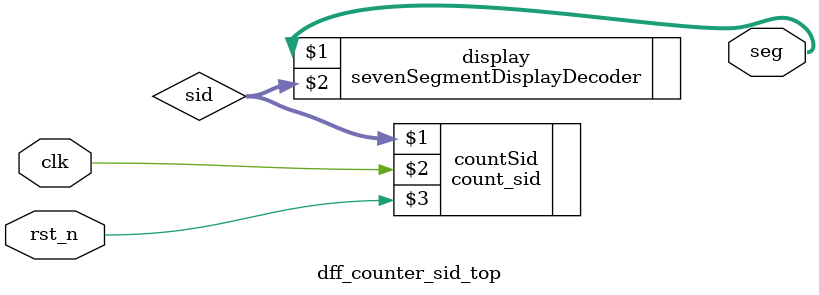
<source format=v>
/* 模組名稱：Lab7 top module
   著作權宣告：copyright 2012 林博仁(pika1021@gmail.com)
   */
`timescale 1ns / 100ps
`include "Source_code/count_sid.v"
`include "Source_code/sevenSegmentDisplayDecoder/sevenSegmentDisplayDecoder.v"

module dff_counter_sid_top(seg, clk, rst_n);
  input clk, rst_n;
  output [7:0]seg;
	wire [3:0]sid;

	count_sid countSid(sid, clk, rst_n);
	sevenSegmentDisplayDecoder display(seg,sid);
endmodule

</source>
